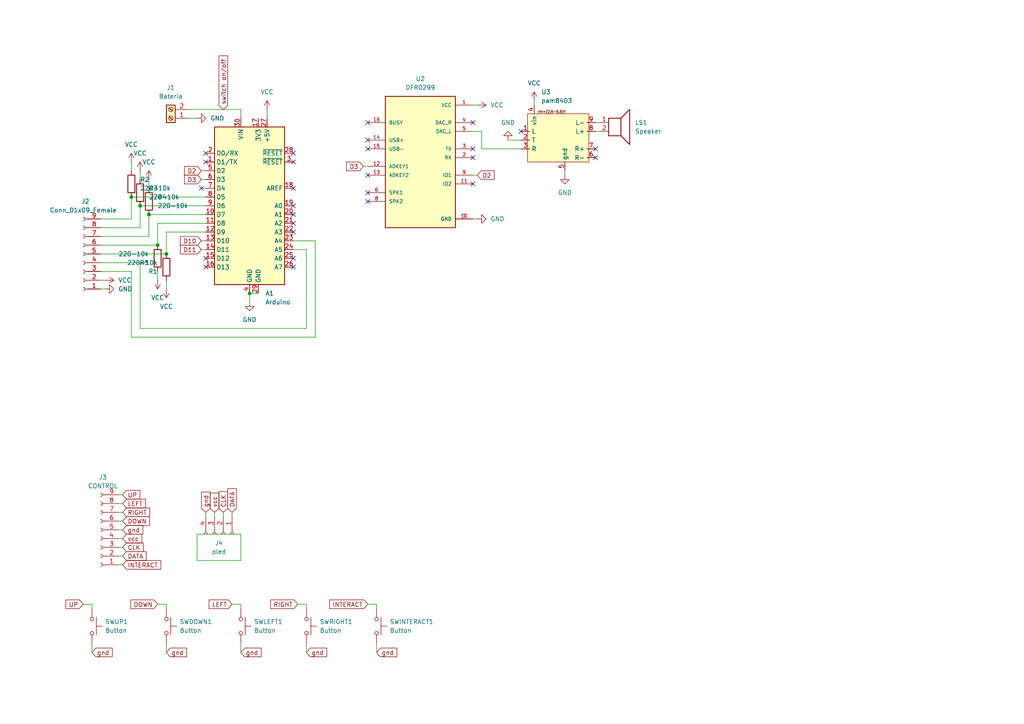
<source format=kicad_sch>
(kicad_sch (version 20230121) (generator eeschema)
  (paper "A4")
  (lib_symbols
    (symbol "Connector:Conn_01x04_Female" (pin_names (offset 1.016) hide)
      (property "Reference" "J" (at 0 5.08 0))
      (property "Value" "Conn_01x04_Female" (at 0 -7.62 0))
      (symbol "Conn_01x04_Female_1_1"
        (arc (start 0 -4.572) (mid -0.5058 -5.08) (end 0 -5.588) (stroke (width 0.1524)))
        (arc (start 0 -2.032) (mid -0.5058 -2.54) (end 0 -3.048) (stroke (width 0.1524)))
        (polyline (pts (xy -1.27 -5.08) (xy -0.508 -5.08)) (stroke (width 0.1524)))
        (polyline (pts (xy -1.27 -2.54) (xy -0.508 -2.54)) (stroke (width 0.1524)))
        (polyline (pts (xy -1.27 0) (xy -0.508 0)) (stroke (width 0.1524)))
        (polyline (pts (xy -1.27 2.54) (xy -0.508 2.54)) (stroke (width 0.1524)))
        (arc (start 0 0.508) (mid -0.5058 0) (end 0 -0.508) (stroke (width 0.1524)))
        (arc (start 0 3.048) (mid -0.5058 2.54) (end 0 2.032) (stroke (width 0.1524)))
        (pin passive line (at -5.08 2.54 0) (length 3.81) (name "Pin_1") (number "1"))
        (pin passive line (at -5.08 0 0) (length 3.81) (name "Pin_2") (number "2"))
        (pin passive line (at -5.08 -2.54 0) (length 3.81) (name "Pin_3") (number "3"))
        (pin passive line (at -5.08 -5.08 0) (length 3.81) (name "Pin_4") (number "4"))
      )
    )
    (symbol "Connector:Conn_01x09_Female" (pin_names (offset 1.016) hide)
      (property "Reference" "J" (at 0 12.7 0))
      (property "Value" "Conn_01x09_Female" (at 0 -12.7 0))
      (symbol "Conn_01x09_Female_1_1"
        (arc (start 0 -9.652) (mid -0.5058 -10.16) (end 0 -10.668) (stroke (width 0.1524)))
        (arc (start 0 -7.112) (mid -0.5058 -7.62) (end 0 -8.128) (stroke (width 0.1524)))
        (arc (start 0 -4.572) (mid -0.5058 -5.08) (end 0 -5.588) (stroke (width 0.1524)))
        (arc (start 0 -2.032) (mid -0.5058 -2.54) (end 0 -3.048) (stroke (width 0.1524)))
        (polyline (pts (xy -1.27 -10.16) (xy -0.508 -10.16)) (stroke (width 0.1524)))
        (polyline (pts (xy -1.27 -7.62) (xy -0.508 -7.62)) (stroke (width 0.1524)))
        (polyline (pts (xy -1.27 -5.08) (xy -0.508 -5.08)) (stroke (width 0.1524)))
        (polyline (pts (xy -1.27 -2.54) (xy -0.508 -2.54)) (stroke (width 0.1524)))
        (polyline (pts (xy -1.27 0) (xy -0.508 0)) (stroke (width 0.1524)))
        (polyline (pts (xy -1.27 2.54) (xy -0.508 2.54)) (stroke (width 0.1524)))
        (polyline (pts (xy -1.27 5.08) (xy -0.508 5.08)) (stroke (width 0.1524)))
        (polyline (pts (xy -1.27 7.62) (xy -0.508 7.62)) (stroke (width 0.1524)))
        (polyline (pts (xy -1.27 10.16) (xy -0.508 10.16)) (stroke (width 0.1524)))
        (arc (start 0 0.508) (mid -0.5058 0) (end 0 -0.508) (stroke (width 0.1524)))
        (arc (start 0 3.048) (mid -0.5058 2.54) (end 0 2.032) (stroke (width 0.1524)))
        (arc (start 0 5.588) (mid -0.5058 5.08) (end 0 4.572) (stroke (width 0.1524)))
        (arc (start 0 8.128) (mid -0.5058 7.62) (end 0 7.112) (stroke (width 0.1524)))
        (arc (start 0 10.668) (mid -0.5058 10.16) (end 0 9.652) (stroke (width 0.1524)))
        (pin passive line (at -5.08 10.16 0) (length 3.81) (name "Pin_1") (number "1"))
        (pin passive line (at -5.08 7.62 0) (length 3.81) (name "Pin_2") (number "2"))
        (pin passive line (at -5.08 5.08 0) (length 3.81) (name "Pin_3") (number "3"))
        (pin passive line (at -5.08 2.54 0) (length 3.81) (name "Pin_4") (number "4"))
        (pin passive line (at -5.08 0 0) (length 3.81) (name "Pin_5") (number "5"))
        (pin passive line (at -5.08 -2.54 0) (length 3.81) (name "Pin_6") (number "6"))
        (pin passive line (at -5.08 -5.08 0) (length 3.81) (name "Pin_7") (number "7"))
        (pin passive line (at -5.08 -7.62 0) (length 3.81) (name "Pin_8") (number "8"))
        (pin passive line (at -5.08 -10.16 0) (length 3.81) (name "Pin_9") (number "9"))
      )
    )
    (symbol "Connector:Screw_Terminal_01x02" (pin_names (offset 1.016) hide)
      (property "Reference" "J" (at 0 2.54 0))
      (property "Value" "Screw_Terminal_01x02" (at 0 -5.08 0))
      (symbol "Screw_Terminal_01x02_1_1"
        (rectangle (start -1.27 1.27) (end 1.27 -3.81) (stroke (width 0.254)) (fill (type background)))
        (circle (center 0 -2.54) (radius 0.635) (stroke (width 0.1524)))
        (polyline (pts (xy -0.5334 -2.2098) (xy 0.3302 -3.048)) (stroke (width 0.1524)))
        (polyline (pts (xy -0.5334 0.3302) (xy 0.3302 -0.508)) (stroke (width 0.1524)))
        (polyline (pts (xy -0.3556 -2.032) (xy 0.508 -2.8702)) (stroke (width 0.1524)))
        (polyline (pts (xy -0.3556 0.508) (xy 0.508 -0.3302)) (stroke (width 0.1524)))
        (circle (center 0 0) (radius 0.635) (stroke (width 0.1524)))
        (pin passive line (at -5.08 0 0) (length 3.81) (name "Pin_1") (number "1"))
        (pin passive line (at -5.08 -2.54 0) (length 3.81) (name "Pin_2") (number "2"))
      )
    )
    (symbol "DFR0299:DFR0299" (pin_names (offset 1.016))
      (property "Reference" "U" (at -10.16 18.542 0))
      (property "Value" "DFR0299" (at -10.16 -22.86 0))
      (symbol "DFR0299_0_0"
        (rectangle (start -10.16 -20.32) (end 10.16 17.78) (stroke (width 0.254)) (fill (type background)))
        (pin power_in line (at 15.24 15.24 180) (length 5.08) (name "VCC") (number "1"))
        (pin power_in line (at 15.24 -17.78 180) (length 5.08) (name "GND") (number "10"))
        (pin bidirectional line (at 15.24 -7.62 180) (length 5.08) (name "IO2") (number "11"))
        (pin input line (at -15.24 -2.54 0) (length 5.08) (name "ADKEY1") (number "12"))
        (pin input line (at -15.24 -5.08 0) (length 5.08) (name "ADKEY2") (number "13"))
        (pin input line (at -15.24 5.08 0) (length 5.08) (name "USB+") (number "14"))
        (pin input line (at -15.24 2.54 0) (length 5.08) (name "USB-") (number "15"))
        (pin input line (at -15.24 10.16 0) (length 5.08) (name "BUSY") (number "16"))
        (pin input line (at 15.24 0 180) (length 5.08) (name "RX") (number "2"))
        (pin output line (at 15.24 2.54 180) (length 5.08) (name "TX") (number "3"))
        (pin output line (at 15.24 10.16 180) (length 5.08) (name "DAC_R") (number "4"))
        (pin output line (at 15.24 7.62 180) (length 5.08) (name "DAC_L") (number "5"))
        (pin passive line (at -15.24 -10.16 0) (length 5.08) (name "SPK1") (number "6"))
        (pin power_in line (at 15.24 -17.78 180) (length 5.08) (name "GND") (number "7"))
        (pin passive line (at -15.24 -12.7 0) (length 5.08) (name "SPK2") (number "8"))
        (pin bidirectional line (at 15.24 -5.08 180) (length 5.08) (name "IO1") (number "9"))
      )
    )
    (symbol "Device:R" (pin_numbers hide) (pin_names (offset 0))
      (property "Reference" "R" (at 2.032 0 90))
      (property "Value" "R" (at 0 0 90))
      (symbol "R_0_1"
        (rectangle (start -1.016 -2.54) (end 1.016 2.54) (stroke (width 0.254)))
      )
      (symbol "R_1_1"
        (pin passive line (at 0 3.81 270) (length 1.27) (name "~") (number "1"))
        (pin passive line (at 0 -3.81 90) (length 1.27) (name "~") (number "2"))
      )
    )
    (symbol "Device:Speaker" (pin_names (offset 0) hide)
      (property "Reference" "LS" (at 1.27 5.715 0))
      (property "Value" "Speaker" (at 1.27 3.81 0))
      (symbol "Speaker_0_0"
        (rectangle (start -2.54 1.27) (end 1.016 -3.81) (stroke (width 0.254)))
        (polyline (pts (xy 1.016 1.27) (xy 3.556 3.81) (xy 3.556 -6.35) (xy 1.016 -3.81)) (stroke (width 0.254)))
      )
      (symbol "Speaker_1_1"
        (pin input line (at -5.08 0 0) (length 2.54) (name "1") (number "1"))
        (pin input line (at -5.08 -2.54 0) (length 2.54) (name "2") (number "2"))
      )
    )
    (symbol "MCU_Module:Arduino_Nano_v2.x"
      (property "Reference" "A" (at -10.16 23.495 0))
      (property "Value" "Arduino_Nano_v2.x" (at 5.08 -24.13 0))
      (symbol "Arduino_Nano_v2.x_0_1"
        (rectangle (start -10.16 22.86) (end 10.16 -22.86) (stroke (width 0.254)) (fill (type background)))
      )
      (symbol "Arduino_Nano_v2.x_1_1"
        (pin bidirectional line (at -12.7 12.7 0) (length 2.54) (name "D1/TX") (number "1"))
        (pin bidirectional line (at -12.7 -2.54 0) (length 2.54) (name "D7") (number "10"))
        (pin bidirectional line (at -12.7 -5.08 0) (length 2.54) (name "D8") (number "11"))
        (pin bidirectional line (at -12.7 -7.62 0) (length 2.54) (name "D9") (number "12"))
        (pin bidirectional line (at -12.7 -10.16 0) (length 2.54) (name "D10") (number "13"))
        (pin bidirectional line (at -12.7 -12.7 0) (length 2.54) (name "D11") (number "14"))
        (pin bidirectional line (at -12.7 -15.24 0) (length 2.54) (name "D12") (number "15"))
        (pin bidirectional line (at -12.7 -17.78 0) (length 2.54) (name "D13") (number "16"))
        (pin power_out line (at 2.54 25.4 270) (length 2.54) (name "3V3") (number "17"))
        (pin input line (at 12.7 5.08 180) (length 2.54) (name "AREF") (number "18"))
        (pin bidirectional line (at 12.7 0 180) (length 2.54) (name "A0") (number "19"))
        (pin bidirectional line (at -12.7 15.24 0) (length 2.54) (name "D0/RX") (number "2"))
        (pin bidirectional line (at 12.7 -2.54 180) (length 2.54) (name "A1") (number "20"))
        (pin bidirectional line (at 12.7 -5.08 180) (length 2.54) (name "A2") (number "21"))
        (pin bidirectional line (at 12.7 -7.62 180) (length 2.54) (name "A3") (number "22"))
        (pin bidirectional line (at 12.7 -10.16 180) (length 2.54) (name "A4") (number "23"))
        (pin bidirectional line (at 12.7 -12.7 180) (length 2.54) (name "A5") (number "24"))
        (pin bidirectional line (at 12.7 -15.24 180) (length 2.54) (name "A6") (number "25"))
        (pin bidirectional line (at 12.7 -17.78 180) (length 2.54) (name "A7") (number "26"))
        (pin power_out line (at 5.08 25.4 270) (length 2.54) (name "+5V") (number "27"))
        (pin input line (at 12.7 15.24 180) (length 2.54) (name "~{RESET}") (number "28"))
        (pin power_in line (at 2.54 -25.4 90) (length 2.54) (name "GND") (number "29"))
        (pin input line (at 12.7 12.7 180) (length 2.54) (name "~{RESET}") (number "3"))
        (pin power_in line (at -2.54 25.4 270) (length 2.54) (name "VIN") (number "30"))
        (pin power_in line (at 0 -25.4 90) (length 2.54) (name "GND") (number "4"))
        (pin bidirectional line (at -12.7 10.16 0) (length 2.54) (name "D2") (number "5"))
        (pin bidirectional line (at -12.7 7.62 0) (length 2.54) (name "D3") (number "6"))
        (pin bidirectional line (at -12.7 5.08 0) (length 2.54) (name "D4") (number "7"))
        (pin bidirectional line (at -12.7 2.54 0) (length 2.54) (name "D5") (number "8"))
        (pin bidirectional line (at -12.7 0 0) (length 2.54) (name "D6") (number "9"))
      )
    )
    (symbol "Switch:SW_Push" (pin_numbers hide) (pin_names (offset 1.016) hide)
      (property "Reference" "SW" (at 1.27 2.54 0))
      (property "Value" "SW_Push" (at 0 -1.524 0))
      (symbol "SW_Push_0_1"
        (circle (center -2.032 0) (radius 0.508))
        (polyline (pts (xy 0 1.27) (xy 0 3.048)))
        (polyline (pts (xy 2.54 1.27) (xy -2.54 1.27)))
        (circle (center 2.032 0) (radius 0.508))
        (pin passive line (at -5.08 0 0) (length 2.54) (name "1") (number "1"))
        (pin passive line (at 5.08 0 180) (length 2.54) (name "2") (number "2"))
      )
    )
    (symbol "pam8403:pam8403"
      (property "Reference" "U?" (at -3.6956 13.97 0))
      (property "Value" "pam8403" (at -3.6956 11.43 0))
      (symbol "pam8403_0_0"
        (rectangle (start -8.255 7.62) (end 9.525 -6.35) (fill (type background)))
        (text "vin=[2.5-5.5]V" (at -1.27 8.255 0) (effects (font (size 0.7 0.7))))
      )
      (symbol "pam8403_1_1"
        (pin passive line (at -10.16 2.54 0) (length 2.54) (name "L") (number "1"))
        (pin passive line (at -10.16 0 0) (length 2.54) (name "T") (number "2"))
        (pin passive line (at -10.16 -2.54 0) (length 2.54) (name "R") (number "3"))
        (pin passive line (at -6.35 10.16 270) (length 2.54) (name "vin") (number "4"))
        (pin passive line (at 2.54 -8.89 90) (length 2.54) (name "gnd") (number "5"))
        (pin passive line (at 11.43 -5.08 180) (length 2.54) (name "R-") (number "6"))
        (pin passive line (at 11.43 -2.54 180) (length 2.54) (name "R+") (number "7"))
        (pin passive line (at 11.43 2.54 180) (length 2.54) (name "L+") (number "8"))
        (pin passive line (at 11.43 5.08 180) (length 2.54) (name "L-") (number "9"))
      )
    )
    (symbol "power:GND" (power) (pin_names (offset 0))
      (property "Value" "GND" (at 0 -3.81 0))
      (symbol "GND_0_1"
        (polyline (pts (xy 0 0) (xy 0 -1.27) (xy 1.27 -1.27) (xy 0 -2.54) (xy -1.27 -1.27) (xy 0 -1.27)))
      )
      (symbol "GND_1_1"
        (pin power_in line (at 0 0 270) (length 0) hide (name "GND") (number "1"))
      )
    )
    (symbol "power:VCC" (power) (pin_names (offset 0))
      (property "Value" "VCC" (at 0 3.81 0))
      (symbol "VCC_0_1"
        (polyline (pts (xy -0.762 1.27) (xy 0 2.54)))
        (polyline (pts (xy 0 0) (xy 0 2.54)))
        (polyline (pts (xy 0 2.54) (xy 0.762 1.27)))
      )
      (symbol "VCC_1_1"
        (pin power_in line (at 0 0 90) (length 0) hide (name "VCC") (number "1"))
      )
    )
  )
  (junction (at 38.1 57.15))
  (junction (at 72.39 85.09))
  (junction (at 43.18 62.23))
  (junction (at 40.64 59.69))
  (junction (at 45.72 71.12))
  (junction (at 48.26 73.66))
  (no_connect (at 137.16 53.34))
  (no_connect (at 106.68 35.56))
  (no_connect (at 137.16 35.56))
  (no_connect (at 106.68 40.64))
  (no_connect (at 106.68 55.88))
  (no_connect (at 106.68 58.42))
  (no_connect (at 106.68 50.8))
  (no_connect (at 106.68 43.18))
  (no_connect (at 137.16 45.72))
  (no_connect (at 172.72 45.72))
  (no_connect (at 172.72 43.18))
  (no_connect (at 137.16 43.18))
  (no_connect (at 59.69 44.45))
  (no_connect (at 59.69 46.99))
  (no_connect (at 85.09 67.31))
  (no_connect (at 85.09 54.61))
  (no_connect (at 85.09 59.69))
  (no_connect (at 85.09 62.23))
  (no_connect (at 85.09 64.77))
  (no_connect (at 85.09 74.93))
  (no_connect (at 85.09 77.47))
  (no_connect (at 59.69 74.93))
  (no_connect (at 59.69 77.47))
  (no_connect (at 58.42 54.61))
  (no_connect (at 85.09 46.99))
  (no_connect (at 85.09 44.45))
  (no_connect (at 151.13 38.1))
  (wire (pts (xy 105.41 48.26) (xy 106.68 48.26)))
  (wire (pts (xy 43.18 52.07) (xy 43.18 54.61)))
  (wire (pts (xy 172.72 38.1) (xy 173.99 38.1)))
  (wire (pts (xy 40.64 95.25) (xy 40.64 76.2)))
  (wire (pts (xy 38.1 46.99) (xy 38.1 49.53)))
  (wire (pts (xy 139.7 43.18) (xy 139.7 38.1)))
  (wire (pts (xy 109.22 186.69) (xy 109.22 189.23)))
  (wire (pts (xy 43.18 68.58) (xy 29.21 68.58)))
  (wire (pts (xy 58.42 69.85) (xy 59.69 69.85)))
  (wire (pts (xy 40.64 95.25) (xy 88.9 95.25)))
  (wire (pts (xy 48.26 83.82) (xy 48.26 81.28)))
  (wire (pts (xy 67.31 148.59) (xy 67.31 149.86)))
  (wire (pts (xy 85.09 72.39) (xy 88.9 72.39)))
  (wire (pts (xy 34.29 163.83) (xy 35.56 163.83)))
  (wire (pts (xy 58.42 49.53) (xy 59.69 49.53)))
  (wire (pts (xy 139.7 38.1) (xy 137.16 38.1)))
  (wire (pts (xy 137.16 63.5) (xy 138.43 63.5)))
  (wire (pts (xy 43.18 62.23) (xy 59.69 62.23)))
  (wire (pts (xy 69.85 34.29) (xy 69.85 31.75)))
  (wire (pts (xy 45.72 81.28) (xy 45.72 78.74)))
  (wire (pts (xy 163.83 49.53) (xy 163.83 50.8)))
  (wire (pts (xy 34.29 146.05) (xy 35.56 146.05)))
  (wire (pts (xy 85.09 69.85) (xy 91.44 69.85)))
  (wire (pts (xy 67.31 175.26) (xy 69.85 175.26)))
  (wire (pts (xy 58.42 52.07) (xy 59.69 52.07)))
  (wire (pts (xy 109.22 175.26) (xy 109.22 176.53)))
  (wire (pts (xy 40.64 59.69) (xy 40.64 66.04)))
  (wire (pts (xy 137.16 50.8) (xy 138.43 50.8)))
  (wire (pts (xy 43.18 62.23) (xy 43.18 68.58)))
  (wire (pts (xy 34.29 158.75) (xy 35.56 158.75)))
  (wire (pts (xy 88.9 72.39) (xy 88.9 95.25)))
  (wire (pts (xy 57.15 162.56) (xy 69.85 162.56)))
  (wire (pts (xy 48.26 186.69) (xy 48.26 189.23)))
  (wire (pts (xy 40.64 59.69) (xy 59.69 59.69)))
  (wire (pts (xy 38.1 63.5) (xy 38.1 57.15)))
  (wire (pts (xy 45.72 64.77) (xy 59.69 64.77)))
  (wire (pts (xy 34.29 148.59) (xy 35.56 148.59)))
  (wire (pts (xy 40.64 76.2) (xy 29.21 76.2)))
  (wire (pts (xy 34.29 161.29) (xy 35.56 161.29)))
  (wire (pts (xy 72.39 85.09) (xy 74.93 85.09)))
  (wire (pts (xy 54.61 31.75) (xy 69.85 31.75)))
  (wire (pts (xy 137.16 30.48) (xy 138.43 30.48)))
  (wire (pts (xy 29.21 63.5) (xy 38.1 63.5)))
  (wire (pts (xy 45.72 64.77) (xy 45.72 71.12)))
  (wire (pts (xy 48.26 175.26) (xy 48.26 176.53)))
  (wire (pts (xy 58.42 72.39) (xy 59.69 72.39)))
  (wire (pts (xy 54.61 34.29) (xy 57.15 34.29)))
  (wire (pts (xy 69.85 154.94) (xy 69.85 162.56)))
  (wire (pts (xy 88.9 175.26) (xy 88.9 176.53)))
  (wire (pts (xy 34.29 153.67) (xy 35.56 153.67)))
  (wire (pts (xy 34.29 156.21) (xy 35.56 156.21)))
  (wire (pts (xy 57.15 154.94) (xy 69.85 154.94)))
  (wire (pts (xy 48.26 67.31) (xy 59.69 67.31)))
  (wire (pts (xy 34.29 151.13) (xy 35.56 151.13)))
  (wire (pts (xy 29.21 81.28) (xy 30.48 81.28)))
  (wire (pts (xy 151.13 43.18) (xy 139.7 43.18)))
  (wire (pts (xy 38.1 57.15) (xy 59.69 57.15)))
  (wire (pts (xy 48.26 67.31) (xy 48.26 73.66)))
  (wire (pts (xy 151.13 40.64) (xy 147.32 40.64)))
  (wire (pts (xy 38.1 78.74) (xy 38.1 97.79)))
  (wire (pts (xy 45.72 71.12) (xy 29.21 71.12)))
  (wire (pts (xy 38.1 78.74) (xy 29.21 78.74)))
  (wire (pts (xy 58.42 54.61) (xy 59.69 54.61)))
  (wire (pts (xy 172.72 35.56) (xy 173.99 35.56)))
  (wire (pts (xy 40.64 49.53) (xy 40.64 52.07)))
  (wire (pts (xy 34.29 143.51) (xy 35.56 143.51)))
  (wire (pts (xy 88.9 186.69) (xy 88.9 189.23)))
  (wire (pts (xy 38.1 97.79) (xy 91.44 97.79)))
  (wire (pts (xy 72.39 85.09) (xy 72.39 87.63)))
  (wire (pts (xy 86.36 175.26) (xy 88.9 175.26)))
  (wire (pts (xy 29.21 83.82) (xy 30.48 83.82)))
  (wire (pts (xy 106.68 175.26) (xy 109.22 175.26)))
  (wire (pts (xy 62.23 148.59) (xy 62.23 149.86)))
  (wire (pts (xy 69.85 175.26) (xy 69.85 176.53)))
  (wire (pts (xy 91.44 69.85) (xy 91.44 97.79)))
  (wire (pts (xy 64.77 148.59) (xy 64.77 149.86)))
  (wire (pts (xy 48.26 73.66) (xy 29.21 73.66)))
  (wire (pts (xy 26.67 186.69) (xy 26.67 189.23)))
  (wire (pts (xy 57.15 162.56) (xy 57.15 154.94)))
  (wire (pts (xy 59.69 148.59) (xy 59.69 149.86)))
  (wire (pts (xy 24.13 175.26) (xy 26.67 175.26)))
  (wire (pts (xy 40.64 66.04) (xy 29.21 66.04)))
  (wire (pts (xy 45.72 175.26) (xy 48.26 175.26)))
  (wire (pts (xy 77.47 31.75) (xy 77.47 34.29)))
  (wire (pts (xy 26.67 175.26) (xy 26.67 176.53)))
  (wire (pts (xy 69.85 186.69) (xy 69.85 189.23)))
  (wire (pts (xy 154.94 29.21) (xy 154.94 30.48)))
  (global_label "UP" (shape input) (at 35.56 143.51 0) (property "Intersheetrefs" "${INTERSHEET_REFS}" (effects hide)))
  (global_label "RIGHT" (shape input) (at 86.36 175.26 180) (property "Intersheetrefs" "${INTERSHEET_REFS}" (effects hide)))
  (global_label "gnd" (shape input) (at 88.9 189.23 0) (property "Intersheetrefs" "${INTERSHEET_REFS}" (effects hide)))
  (global_label "D10" (shape input) (at 58.42 69.85 180) (property "Intersheetrefs" "${INTERSHEET_REFS}" (effects hide)))
  (global_label "D11" (shape input) (at 58.42 72.39 180) (property "Intersheetrefs" "${INTERSHEET_REFS}" (effects hide)))
  (global_label "DATA" (shape input) (at 35.56 161.29 0) (property "Intersheetrefs" "${INTERSHEET_REFS}" (effects hide)))
  (global_label "LEFT" (shape input) (at 35.56 146.05 0) (property "Intersheetrefs" "${INTERSHEET_REFS}" (effects hide)))
  (global_label "RIGHT" (shape input) (at 35.56 148.59 0) (property "Intersheetrefs" "${INTERSHEET_REFS}" (effects hide)))
  (global_label "vcc" (shape input) (at 35.56 156.21 0) (property "Intersheetrefs" "${INTERSHEET_REFS}" (effects hide)))
  (global_label "D3" (shape input) (at 105.41 48.26 180) (property "Intersheetrefs" "${INTERSHEET_REFS}" (effects hide)))
  (global_label "CLK" (shape input) (at 35.56 158.75 0) (property "Intersheetrefs" "${INTERSHEET_REFS}" (effects hide)))
  (global_label "gnd" (shape input) (at 26.67 189.23 0) (property "Intersheetrefs" "${INTERSHEET_REFS}" (effects hide)))
  (global_label "gnd" (shape input) (at 48.26 189.23 0) (property "Intersheetrefs" "${INTERSHEET_REFS}" (effects hide)))
  (global_label "DOWN" (shape input) (at 35.56 151.13 0) (property "Intersheetrefs" "${INTERSHEET_REFS}" (effects hide)))
  (global_label "gnd" (shape input) (at 109.22 189.23 0) (property "Intersheetrefs" "${INTERSHEET_REFS}" (effects hide)))
  (global_label "DOWN" (shape input) (at 45.72 175.26 180) (property "Intersheetrefs" "${INTERSHEET_REFS}" (effects hide)))
  (global_label "DATA" (shape input) (at 67.31 148.59 90) (property "Intersheetrefs" "${INTERSHEET_REFS}" (effects hide)))
  (global_label "gnd" (shape input) (at 35.56 153.67 0) (property "Intersheetrefs" "${INTERSHEET_REFS}" (effects hide)))
  (global_label "UP" (shape input) (at 24.13 175.26 180) (property "Intersheetrefs" "${INTERSHEET_REFS}" (effects hide)))
  (global_label "gnd" (shape input) (at 59.69 148.59 90) (property "Intersheetrefs" "${INTERSHEET_REFS}" (effects hide)))
  (global_label "CLK" (shape input) (at 64.77 148.59 90) (property "Intersheetrefs" "${INTERSHEET_REFS}" (effects hide)))
  (global_label "D3" (shape input) (at 58.42 52.07 180) (property "Intersheetrefs" "${INTERSHEET_REFS}" (effects hide)))
  (global_label "D2" (shape input) (at 138.43 50.8 0) (property "Intersheetrefs" "${INTERSHEET_REFS}" (effects hide)))
  (global_label "D2" (shape input) (at 58.42 49.53 180) (property "Intersheetrefs" "${INTERSHEET_REFS}" (effects hide)))
  (global_label "INTERACT" (shape input) (at 106.68 175.26 180) (property "Intersheetrefs" "${INTERSHEET_REFS}" (effects hide)))
  (global_label "vcc" (shape input) (at 62.23 148.59 90) (property "Intersheetrefs" "${INTERSHEET_REFS}" (effects hide)))
  (global_label "LEFT" (shape input) (at 67.31 175.26 180) (property "Intersheetrefs" "${INTERSHEET_REFS}" (effects hide)))
  (global_label "INTERACT" (shape input) (at 35.56 163.83 0) (property "Intersheetrefs" "${INTERSHEET_REFS}" (effects hide)))
  (global_label "gnd" (shape input) (at 69.85 189.23 0) (property "Intersheetrefs" "${INTERSHEET_REFS}" (effects hide)))
  (global_label "switch on{slash}off" (shape input) (at 64.77 31.75 90) (property "Intersheetrefs" "${INTERSHEET_REFS}" (effects hide)))
  (symbol (lib_id "pam8403:pam8403") (at 161.29 40.64 0) (unit 1)
    (property "Reference" "U3" (at 156.9594 26.67 0) (effects (justify left)))
    (property "Value" "pam8403" (at 156.9594 29.21 0) (effects (justify left)))
    (property "Footprint" "Library:pam8403" (effects hide))
  )
  (symbol (lib_id "power:VCC") (at 48.26 83.82 180) (unit 1)
    (property "Reference" "#PWR0118" (effects hide))
    (property "Value" "VCC" (at 48.26 88.9 0))
  )
  (symbol (lib_id "power:GND") (at 147.32 40.64 180) (unit 1)
    (property "Reference" "#PWR0121" (effects hide))
    (property "Value" "GND" (at 147.32 35.56 0))
  )
  (symbol (lib_id "MCU_Module:Arduino_Nano_v2.x") (at 72.39 59.69 0) (unit 1)
    (property "Reference" "A1" (at 76.9494 85.09 0) (effects (justify left)))
    (property "Value" "Arduino" (at 76.9494 87.63 0) (effects (justify left)))
    (property "Footprint" "Module:Arduino_Nano" (effects hide))
    (property "Datasheet" "https://www.arduino.cc/en/uploads/Main/ArduinoNanoManual23.pdf" (effects hide))
  )
  (symbol (lib_id "Device:Speaker") (at 179.07 35.56 0) (unit 1)
    (property "Reference" "LS1" (at 184.15 35.5599 0) (effects (justify left)))
    (property "Value" "Speaker" (at 184.15 38.0999 0) (effects (justify left)))
    (property "Footprint" "TerminalBlock:TerminalBlock_bornier-2_P5.08mm" (effects hide))
  )
  (symbol (lib_id "power:GND") (at 72.39 87.63 0) (unit 1)
    (property "Reference" "#PWR0112" (effects hide))
    (property "Value" "GND" (at 72.39 92.71 0))
  )
  (symbol (lib_id "power:VCC") (at 45.72 81.28 180) (unit 1)
    (property "Reference" "#PWR0102" (effects hide))
    (property "Value" "VCC" (at 45.72 86.36 0))
  )
  (symbol (lib_id "power:VCC") (at 43.18 52.07 0) (unit 1)
    (property "Reference" "#PWR0106" (effects hide))
    (property "Value" "VCC" (at 43.18 46.99 0))
  )
  (symbol (lib_id "Device:R") (at 43.18 58.42 0) (unit 1)
    (property "Reference" "R4" (at 45.72 57.1499 0) (effects (justify left)))
    (property "Value" "220-10k" (at 45.72 59.6899 0) (effects (justify left)))
    (property "Footprint" "Resistor_THT:R_Axial_DIN0207_L6.3mm_D2.5mm_P10.16mm_Horizontal" (effects hide))
  )
  (symbol (lib_id "Connector:Screw_Terminal_01x02") (at 49.53 34.29 180) (unit 1)
    (property "Reference" "J1" (at 49.53 25.4 0))
    (property "Value" "Batería" (at 49.53 27.94 0))
    (property "Footprint" "TerminalBlock:TerminalBlock_bornier-2_P5.08mm" (effects hide))
  )
  (symbol (lib_id "Connector:Conn_01x09_Female") (at 29.21 153.67 180) (unit 1)
    (property "Reference" "J3" (at 29.845 138.43 0))
    (property "Value" "CONTROL" (at 29.845 140.97 0))
    (property "Footprint" "Connector_Dsub:DSUB-9_Female_Horizontal_P2.77x2.54mm_EdgePinOffset9.40mm" (effects hide))
  )
  (symbol (lib_id "Connector:Conn_01x09_Female") (at 24.13 73.66 180) (unit 1)
    (property "Reference" "J2" (at 24.765 58.42 0))
    (property "Value" "Conn_01x09_Female" (at 24.13 60.96 0))
    (property "Footprint" "Connector_PinSocket_2.54mm:PinSocket_1x09_P2.54mm_Vertical" (effects hide))
  )
  (symbol (lib_id "power:GND") (at 138.43 63.5 90) (unit 1)
    (property "Reference" "#PWR0108" (effects hide))
    (property "Value" "GND" (at 142.24 63.4999 90) (effects (justify right)))
  )
  (symbol (lib_id "Device:R") (at 38.1 53.34 0) (unit 1)
    (property "Reference" "R2" (at 40.64 52.0699 0) (effects (justify left)))
    (property "Value" "220-10k" (at 40.64 54.6099 0) (effects (justify left)))
    (property "Footprint" "Resistor_THT:R_Axial_DIN0207_L6.3mm_D2.5mm_P10.16mm_Horizontal" (effects hide))
  )
  (symbol (lib_id "power:VCC") (at 38.1 46.99 0) (unit 1)
    (property "Reference" "#PWR0117" (effects hide))
    (property "Value" "VCC" (at 38.1 41.91 0))
  )
  (symbol (lib_id "Switch:SW_Push") (at 88.9 181.61 270) (unit 1)
    (property "Reference" "SWRIGHT1" (at 92.71 180.3399 90) (effects (justify left)))
    (property "Value" "Button" (at 92.71 182.8799 90) (effects (justify left)))
    (property "Footprint" "Button_Switch_THT:SW_PUSH-12mm_Wuerth-430476085716" (effects hide))
  )
  (symbol (lib_id "Switch:SW_Push") (at 26.67 181.61 270) (unit 1)
    (property "Reference" "SWUP1" (at 30.48 180.3399 90) (effects (justify left)))
    (property "Value" "Button" (at 30.48 182.8799 90) (effects (justify left)))
    (property "Footprint" "Button_Switch_THT:SW_PUSH-12mm_Wuerth-430476085716" (effects hide))
  )
  (symbol (lib_id "Switch:SW_Push") (at 109.22 181.61 270) (unit 1)
    (property "Reference" "SWINTERACT1" (at 113.03 180.3399 90) (effects (justify left)))
    (property "Value" "Button" (at 113.03 182.8799 90) (effects (justify left)))
    (property "Footprint" "Button_Switch_THT:SW_PUSH-12mm_Wuerth-430476085716" (effects hide))
  )
  (symbol (lib_id "Switch:SW_Push") (at 69.85 181.61 270) (unit 1)
    (property "Reference" "SWLEFT1" (at 73.66 180.3399 90) (effects (justify left)))
    (property "Value" "Button" (at 73.66 182.8799 90) (effects (justify left)))
    (property "Footprint" "Button_Switch_THT:SW_PUSH-12mm_Wuerth-430476085716" (effects hide))
  )
  (symbol (lib_id "power:VCC") (at 40.64 49.53 0) (unit 1)
    (property "Reference" "#PWR0105" (effects hide))
    (property "Value" "VCC" (at 40.64 44.45 0))
  )
  (symbol (lib_id "power:GND") (at 30.48 83.82 90) (unit 1)
    (property "Reference" "#PWR0111" (effects hide))
    (property "Value" "GND" (at 34.29 83.8199 90) (effects (justify right)))
  )
  (symbol (lib_id "power:VCC") (at 154.94 29.21 0) (unit 1)
    (property "Reference" "#PWR0120" (effects hide))
    (property "Value" "VCC" (at 154.94 24.13 0))
  )
  (symbol (lib_id "Connector:Conn_01x04_Female") (at 64.77 154.94 270) (unit 1)
    (property "Reference" "J4" (at 63.5 157.48 90))
    (property "Value" "oled" (at 63.5 160.02 90))
    (property "Footprint" "Connector_PinSocket_2.54mm:PinSocket_1x04_P2.54mm_Vertical" (effects hide))
  )
  (symbol (lib_id "DFR0299:DFR0299") (at 121.92 45.72 0) (unit 1)
    (property "Reference" "U2" (at 121.92 22.86 0))
    (property "Value" "DFR0299" (at 121.92 25.4 0))
    (property "Footprint" "Library:MODULE_DFR0299" (effects hide))
    (property "DigiKey_Part_Number" "1738-1041-ND" (effects hide))
    (property "MF" "DFRobot" (effects hide))
    (property "DESCRIPTION" "Dfplayer - a Mini Mp3 Player" (effects hide))
    (property "PACKAGE" "None" (effects hide))
    (property "PRICE" "None" (effects hide))
    (property "Package" "None" (effects hide))
    (property "Check_prices" "https://www.snapeda.com/parts/DFR0299/DFRobot/view-part/?ref=eda" (effects hide))
    (property "SnapEDA_Link" "https://www.snapeda.com/parts/DFR0299/DFRobot/view-part/?ref=snap" (effects hide))
    (property "MP" "DFR0299" (effects hide))
    (property "AVAILABILITY" "Unavailable" (effects hide))
    (property "Description" "\n- MP3 Player Audio Arduino Platform Evaluation Expansion Board\n" (effects hide))
  )
  (symbol (lib_id "power:VCC") (at 138.43 30.48 270) (unit 1)
    (property "Reference" "#PWR0107" (effects hide))
    (property "Value" "VCC" (at 142.24 30.4799 90) (effects (justify left)))
  )
  (symbol (lib_id "Device:R") (at 45.72 74.93 180) (unit 1)
    (property "Reference" "R5" (at 43.18 76.2001 0) (effects (justify left)))
    (property "Value" "220-10k" (at 43.18 73.6601 0) (effects (justify left)))
    (property "Footprint" "Resistor_THT:R_Axial_DIN0207_L6.3mm_D2.5mm_P10.16mm_Horizontal" (effects hide))
  )
  (symbol (lib_id "power:VCC") (at 30.48 81.28 270) (unit 1)
    (property "Reference" "#PWR0110" (effects hide))
    (property "Value" "VCC" (at 34.29 81.2799 90) (effects (justify left)))
  )
  (symbol (lib_id "Device:R") (at 40.64 55.88 0) (unit 1)
    (property "Reference" "R3" (at 43.18 54.6099 0) (effects (justify left)))
    (property "Value" "220-10k" (at 43.18 57.1499 0) (effects (justify left)))
    (property "Footprint" "Resistor_THT:R_Axial_DIN0207_L6.3mm_D2.5mm_P10.16mm_Horizontal" (effects hide))
  )
  (symbol (lib_id "Switch:SW_Push") (at 48.26 181.61 270) (unit 1)
    (property "Reference" "SWDOWN1" (at 52.07 180.3399 90) (effects (justify left)))
    (property "Value" "Button" (at 52.07 182.8799 90) (effects (justify left)))
    (property "Footprint" "Button_Switch_THT:SW_PUSH-12mm_Wuerth-430476085716" (effects hide))
  )
  (symbol (lib_id "power:GND") (at 57.15 34.29 90) (unit 1)
    (property "Reference" "#PWR0113" (effects hide))
    (property "Value" "GND" (at 60.96 34.2899 90) (effects (justify right)))
  )
  (symbol (lib_id "power:VCC") (at 77.47 31.75 0) (unit 1)
    (property "Reference" "#PWR0114" (effects hide))
    (property "Value" "VCC" (at 77.47 26.67 0))
  )
  (symbol (lib_id "Device:R") (at 48.26 77.47 180) (unit 1)
    (property "Reference" "R1" (at 45.72 78.7401 0) (effects (justify left)))
    (property "Value" "220-10k" (at 45.72 76.2001 0) (effects (justify left)))
    (property "Footprint" "Resistor_THT:R_Axial_DIN0207_L6.3mm_D2.5mm_P10.16mm_Horizontal" (effects hide))
  )
  (symbol (lib_id "power:GND") (at 163.83 50.8 0) (unit 1)
    (property "Reference" "#PWR0119" (effects hide))
    (property "Value" "GND" (at 163.83 55.88 0))
  )
)
</source>
